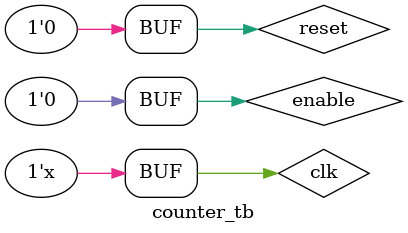
<source format=v>
module counter_tb; 
  reg clk, reset, enable; 
  wire [3:0] count; 
    
  counter U0 ( 
  .clk    (clk), 
  .reset  (reset), 
  .enable (enable), 
  .count  (count) 
  ); 
    
  initial 
  begin 
    clk = 0; 
    reset = 0; 
    enable = 0; 
  end 
    
  always 
    #5 clk = !clk; 
    
endmodule 

</source>
